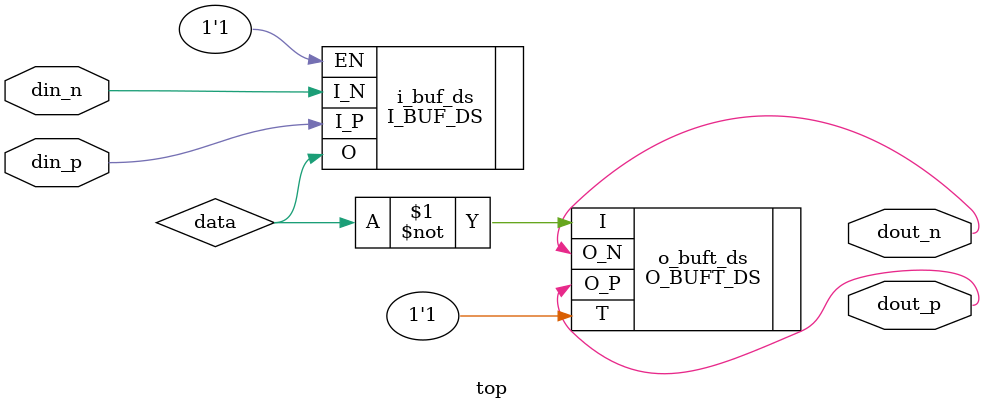
<source format=v>

/*
  Primitive Description:

          |---------------------------------------------------------------------|
          |                                                                     |
  din_p --|-->|----------|     |----------------------------|                   |
          |   | I_BUF_DS | --> |                            |                   |
  din_n --|-->|----------|     |                            |                   |
          |                    |         Fabric             |                   |
          |                    |                            |                   |
          |                    |                            |     |----------|--|--> dout_p
          |                    |                            | --> | O_BUF_DS |  |
          |                    |----------------------------|     |----------|--|--> dout_n
          |                                                                     |
          |---------------------------------------------------------------------|
*/

module top (
  input wire din_p,
  input wire din_n,
  output wire dout_p,
  output wire dout_n
);
  wire data;
  I_BUF_DS i_buf_ds(
    .I_P(din_p),
    .I_N(din_n),
    .EN(1'b1),
    .O(data)
  );
  O_BUFT_DS o_buft_ds(
    .I(~data),
    .T(1'b1),
    .O_P(dout_p),
    .O_N(dout_n)
  );
endmodule

</source>
